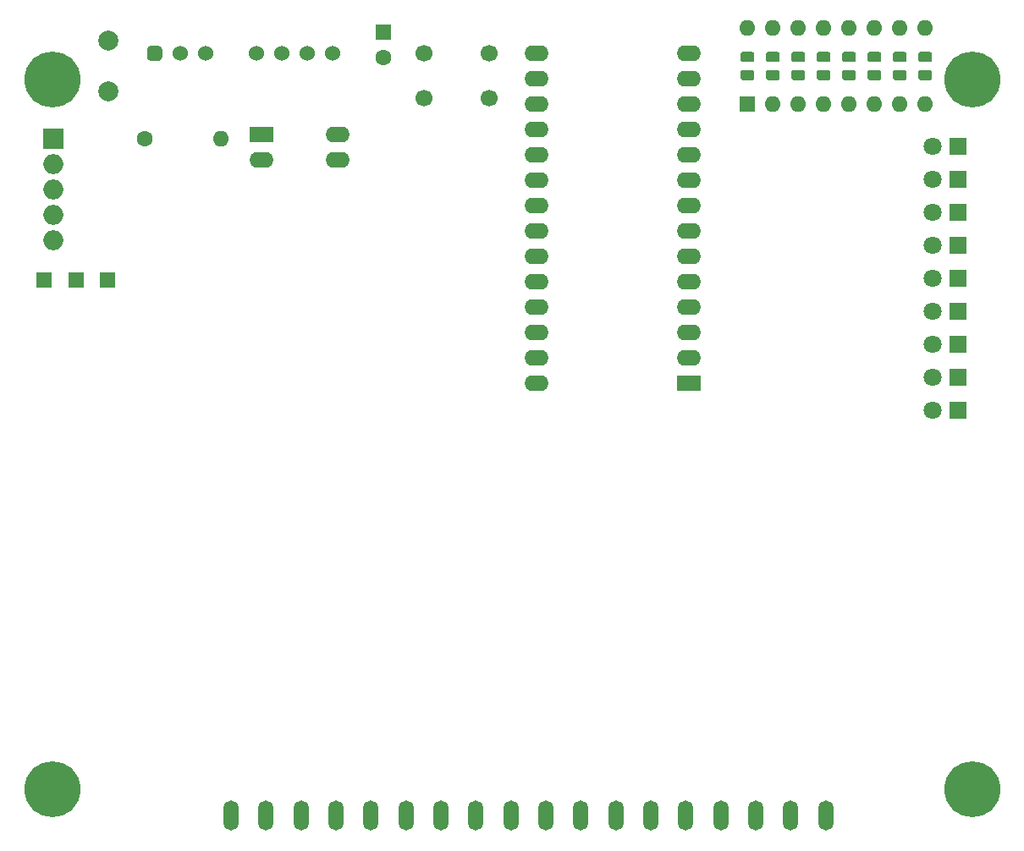
<source format=gbs>
G04 #@! TF.GenerationSoftware,KiCad,Pcbnew,(5.1.9-0-10_14)*
G04 #@! TF.CreationDate,2023-02-04T12:05:34+01:00*
G04 #@! TF.ProjectId,PDJRSIM,53494d31-3038-42e6-9b69-6361645f7063,221101*
G04 #@! TF.SameCoordinates,Original*
G04 #@! TF.FileFunction,Soldermask,Bot*
G04 #@! TF.FilePolarity,Negative*
%FSLAX46Y46*%
G04 Gerber Fmt 4.6, Leading zero omitted, Abs format (unit mm)*
G04 Created by KiCad (PCBNEW (5.1.9-0-10_14)) date 2023-02-04 12:05:34*
%MOMM*%
%LPD*%
G01*
G04 APERTURE LIST*
%ADD10O,1.500000X3.000000*%
%ADD11C,3.600000*%
%ADD12C,5.600000*%
%ADD13O,1.600000X1.600000*%
%ADD14R,1.600000X1.600000*%
%ADD15R,1.500000X1.500000*%
%ADD16C,1.524000*%
%ADD17C,1.600000*%
%ADD18C,1.700000*%
%ADD19C,1.800000*%
%ADD20R,1.800000X1.800000*%
%ADD21O,2.000000X2.000000*%
%ADD22R,2.000000X2.000000*%
%ADD23O,2.400000X1.600000*%
%ADD24R,2.400000X1.600000*%
%ADD25C,2.000000*%
G04 APERTURE END LIST*
D10*
X213987100Y-40589200D03*
X210487100Y-40589200D03*
X206987100Y-40589200D03*
X203487100Y-40589200D03*
X199987100Y-40589200D03*
X196487100Y-40589200D03*
X192987100Y-40589200D03*
X189487100Y-40589200D03*
X185987100Y-40589200D03*
X182491100Y-40589200D03*
X178991100Y-40589200D03*
X175491100Y-40589200D03*
X171991100Y-40589200D03*
X168491100Y-40589200D03*
X164991100Y-40589200D03*
X161491100Y-40589200D03*
X157991100Y-40589200D03*
X154491100Y-40589200D03*
D11*
X136631500Y33097000D03*
D12*
X136631500Y33097000D03*
X228631500Y33097000D03*
D11*
X228631500Y33097000D03*
D13*
X206159500Y38252000D03*
X223939500Y30632000D03*
X208699500Y38252000D03*
X221399500Y30632000D03*
X211239500Y38252000D03*
X218859500Y30632000D03*
X213779500Y38252000D03*
X216319500Y30632000D03*
X216319500Y38252000D03*
X213779500Y30632000D03*
X218859500Y38252000D03*
X211239500Y30632000D03*
X221399500Y38252000D03*
X208699500Y30632000D03*
X223939500Y38252000D03*
D14*
X206159500Y30632000D03*
G36*
G01*
X206609502Y34842000D02*
X205709498Y34842000D01*
G75*
G02*
X205459500Y35091998I0J249998D01*
G01*
X205459500Y35617002D01*
G75*
G02*
X205709498Y35867000I249998J0D01*
G01*
X206609502Y35867000D01*
G75*
G02*
X206859500Y35617002I0J-249998D01*
G01*
X206859500Y35091998D01*
G75*
G02*
X206609502Y34842000I-249998J0D01*
G01*
G37*
G36*
G01*
X206609502Y33017000D02*
X205709498Y33017000D01*
G75*
G02*
X205459500Y33266998I0J249998D01*
G01*
X205459500Y33792002D01*
G75*
G02*
X205709498Y34042000I249998J0D01*
G01*
X206609502Y34042000D01*
G75*
G02*
X206859500Y33792002I0J-249998D01*
G01*
X206859500Y33266998D01*
G75*
G02*
X206609502Y33017000I-249998J0D01*
G01*
G37*
G36*
G01*
X209149502Y34842000D02*
X208249498Y34842000D01*
G75*
G02*
X207999500Y35091998I0J249998D01*
G01*
X207999500Y35617002D01*
G75*
G02*
X208249498Y35867000I249998J0D01*
G01*
X209149502Y35867000D01*
G75*
G02*
X209399500Y35617002I0J-249998D01*
G01*
X209399500Y35091998D01*
G75*
G02*
X209149502Y34842000I-249998J0D01*
G01*
G37*
G36*
G01*
X209149502Y33017000D02*
X208249498Y33017000D01*
G75*
G02*
X207999500Y33266998I0J249998D01*
G01*
X207999500Y33792002D01*
G75*
G02*
X208249498Y34042000I249998J0D01*
G01*
X209149502Y34042000D01*
G75*
G02*
X209399500Y33792002I0J-249998D01*
G01*
X209399500Y33266998D01*
G75*
G02*
X209149502Y33017000I-249998J0D01*
G01*
G37*
G36*
G01*
X211689502Y34842000D02*
X210789498Y34842000D01*
G75*
G02*
X210539500Y35091998I0J249998D01*
G01*
X210539500Y35617002D01*
G75*
G02*
X210789498Y35867000I249998J0D01*
G01*
X211689502Y35867000D01*
G75*
G02*
X211939500Y35617002I0J-249998D01*
G01*
X211939500Y35091998D01*
G75*
G02*
X211689502Y34842000I-249998J0D01*
G01*
G37*
G36*
G01*
X211689502Y33017000D02*
X210789498Y33017000D01*
G75*
G02*
X210539500Y33266998I0J249998D01*
G01*
X210539500Y33792002D01*
G75*
G02*
X210789498Y34042000I249998J0D01*
G01*
X211689502Y34042000D01*
G75*
G02*
X211939500Y33792002I0J-249998D01*
G01*
X211939500Y33266998D01*
G75*
G02*
X211689502Y33017000I-249998J0D01*
G01*
G37*
G36*
G01*
X214229502Y34842000D02*
X213329498Y34842000D01*
G75*
G02*
X213079500Y35091998I0J249998D01*
G01*
X213079500Y35617002D01*
G75*
G02*
X213329498Y35867000I249998J0D01*
G01*
X214229502Y35867000D01*
G75*
G02*
X214479500Y35617002I0J-249998D01*
G01*
X214479500Y35091998D01*
G75*
G02*
X214229502Y34842000I-249998J0D01*
G01*
G37*
G36*
G01*
X214229502Y33017000D02*
X213329498Y33017000D01*
G75*
G02*
X213079500Y33266998I0J249998D01*
G01*
X213079500Y33792002D01*
G75*
G02*
X213329498Y34042000I249998J0D01*
G01*
X214229502Y34042000D01*
G75*
G02*
X214479500Y33792002I0J-249998D01*
G01*
X214479500Y33266998D01*
G75*
G02*
X214229502Y33017000I-249998J0D01*
G01*
G37*
G36*
G01*
X216769502Y34842000D02*
X215869498Y34842000D01*
G75*
G02*
X215619500Y35091998I0J249998D01*
G01*
X215619500Y35617002D01*
G75*
G02*
X215869498Y35867000I249998J0D01*
G01*
X216769502Y35867000D01*
G75*
G02*
X217019500Y35617002I0J-249998D01*
G01*
X217019500Y35091998D01*
G75*
G02*
X216769502Y34842000I-249998J0D01*
G01*
G37*
G36*
G01*
X216769502Y33017000D02*
X215869498Y33017000D01*
G75*
G02*
X215619500Y33266998I0J249998D01*
G01*
X215619500Y33792002D01*
G75*
G02*
X215869498Y34042000I249998J0D01*
G01*
X216769502Y34042000D01*
G75*
G02*
X217019500Y33792002I0J-249998D01*
G01*
X217019500Y33266998D01*
G75*
G02*
X216769502Y33017000I-249998J0D01*
G01*
G37*
G36*
G01*
X219309502Y34842000D02*
X218409498Y34842000D01*
G75*
G02*
X218159500Y35091998I0J249998D01*
G01*
X218159500Y35617002D01*
G75*
G02*
X218409498Y35867000I249998J0D01*
G01*
X219309502Y35867000D01*
G75*
G02*
X219559500Y35617002I0J-249998D01*
G01*
X219559500Y35091998D01*
G75*
G02*
X219309502Y34842000I-249998J0D01*
G01*
G37*
G36*
G01*
X219309502Y33017000D02*
X218409498Y33017000D01*
G75*
G02*
X218159500Y33266998I0J249998D01*
G01*
X218159500Y33792002D01*
G75*
G02*
X218409498Y34042000I249998J0D01*
G01*
X219309502Y34042000D01*
G75*
G02*
X219559500Y33792002I0J-249998D01*
G01*
X219559500Y33266998D01*
G75*
G02*
X219309502Y33017000I-249998J0D01*
G01*
G37*
G36*
G01*
X221849502Y34842000D02*
X220949498Y34842000D01*
G75*
G02*
X220699500Y35091998I0J249998D01*
G01*
X220699500Y35617002D01*
G75*
G02*
X220949498Y35867000I249998J0D01*
G01*
X221849502Y35867000D01*
G75*
G02*
X222099500Y35617002I0J-249998D01*
G01*
X222099500Y35091998D01*
G75*
G02*
X221849502Y34842000I-249998J0D01*
G01*
G37*
G36*
G01*
X221849502Y33017000D02*
X220949498Y33017000D01*
G75*
G02*
X220699500Y33266998I0J249998D01*
G01*
X220699500Y33792002D01*
G75*
G02*
X220949498Y34042000I249998J0D01*
G01*
X221849502Y34042000D01*
G75*
G02*
X222099500Y33792002I0J-249998D01*
G01*
X222099500Y33266998D01*
G75*
G02*
X221849502Y33017000I-249998J0D01*
G01*
G37*
G36*
G01*
X224389502Y34842000D02*
X223489498Y34842000D01*
G75*
G02*
X223239500Y35091998I0J249998D01*
G01*
X223239500Y35617002D01*
G75*
G02*
X223489498Y35867000I249998J0D01*
G01*
X224389502Y35867000D01*
G75*
G02*
X224639500Y35617002I0J-249998D01*
G01*
X224639500Y35091998D01*
G75*
G02*
X224389502Y34842000I-249998J0D01*
G01*
G37*
G36*
G01*
X224389502Y33017000D02*
X223489498Y33017000D01*
G75*
G02*
X223239500Y33266998I0J249998D01*
G01*
X223239500Y33792002D01*
G75*
G02*
X223489498Y34042000I249998J0D01*
G01*
X224389502Y34042000D01*
G75*
G02*
X224639500Y33792002I0J-249998D01*
G01*
X224639500Y33266998D01*
G75*
G02*
X224389502Y33017000I-249998J0D01*
G01*
G37*
D15*
X142151500Y13042500D03*
G36*
G01*
X146088500Y35331000D02*
X146088500Y36093000D01*
G75*
G02*
X146469500Y36474000I381000J0D01*
G01*
X147231500Y36474000D01*
G75*
G02*
X147612500Y36093000I0J-381000D01*
G01*
X147612500Y35331000D01*
G75*
G02*
X147231500Y34950000I-381000J0D01*
G01*
X146469500Y34950000D01*
G75*
G02*
X146088500Y35331000I0J381000D01*
G01*
G37*
D16*
X149390500Y35712000D03*
X151930500Y35712000D03*
X157010500Y35712000D03*
X159550500Y35712000D03*
X162090500Y35712000D03*
X164630500Y35712000D03*
D15*
X135801500Y13042500D03*
X138976500Y13042500D03*
D17*
X169710500Y35307500D03*
D14*
X169710500Y37807500D03*
D18*
X173838000Y35712000D03*
X180338000Y35712000D03*
X173838000Y31212000D03*
X180338000Y31212000D03*
D19*
X224701500Y26441000D03*
D20*
X227241500Y26441000D03*
D13*
X153454500Y27203000D03*
D17*
X145834500Y27203000D03*
D21*
X136690500Y17043000D03*
X136690500Y19583000D03*
X136690500Y22123000D03*
X136690500Y24663000D03*
D22*
X136690500Y27203000D03*
D23*
X185077500Y2717000D03*
X200317500Y35737000D03*
X185077500Y5257000D03*
X200317500Y33197000D03*
X185077500Y7797000D03*
X200317500Y30657000D03*
X185077500Y10337000D03*
X200317500Y28117000D03*
X185077500Y12877000D03*
X200317500Y25577000D03*
X185077500Y15417000D03*
X200317500Y23037000D03*
X185077500Y17957000D03*
X200317500Y20497000D03*
X185077500Y20497000D03*
X200317500Y17957000D03*
X185077500Y23037000D03*
X200317500Y15417000D03*
X185077500Y25577000D03*
X200317500Y12877000D03*
X185077500Y28117000D03*
X200317500Y10337000D03*
X185077500Y30657000D03*
X200317500Y7797000D03*
X185077500Y33197000D03*
X200317500Y5257000D03*
X185077500Y35737000D03*
D24*
X200317500Y2717000D03*
D19*
X224701500Y25000D03*
D20*
X227241500Y25000D03*
D19*
X224701500Y3327000D03*
D20*
X227241500Y3327000D03*
D19*
X224701500Y6629000D03*
D20*
X227241500Y6629000D03*
D19*
X224701500Y9931000D03*
D20*
X227241500Y9931000D03*
D23*
X165138500Y27584000D03*
X157518500Y25044000D03*
X165138500Y25044000D03*
D24*
X157518500Y27584000D03*
D19*
X224701500Y13233000D03*
D20*
X227241500Y13233000D03*
D19*
X224701500Y16535000D03*
D20*
X227241500Y16535000D03*
D19*
X224701500Y19837000D03*
D20*
X227241500Y19837000D03*
D19*
X224701500Y23139000D03*
D20*
X227241500Y23139000D03*
D25*
X142225000Y36982000D03*
X142215000Y31902000D03*
D11*
X228626500Y-37923000D03*
D12*
X228626500Y-37923000D03*
X136626500Y-37923000D03*
D11*
X136626500Y-37923000D03*
M02*

</source>
